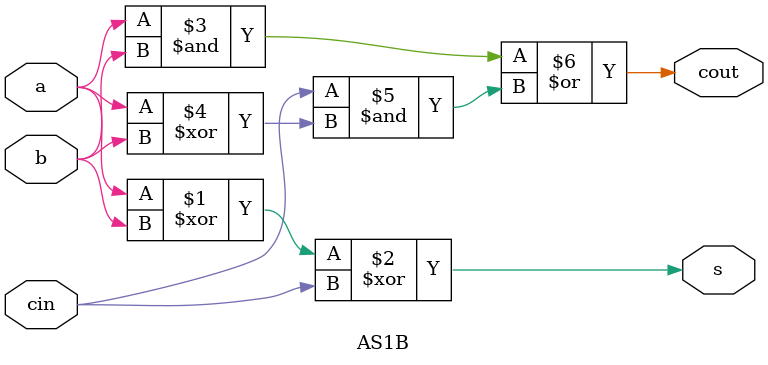
<source format=sv>
module AS9B	
(
	input 	logic [8:0] A,B,				//INPUT A AND B
	input 	logic op,						//INPUT OPERATOR (+/-)
	output 	logic	[8:0] as_result		//RESULT
);
//
wire [8:0] result;
wire [8:0] c; 									//CARRY OUT
//
AS1B as0( .a(A[0]), .b(B[0]^op), .cin(op), 	.s(result[0]), .cout(c[0]));
AS1B as1( .a(A[1]), .b(B[1]^op), .cin(c[0]), .s(result[1]), .cout(c[1]));
AS1B as2( .a(A[2]), .b(B[2]^op), .cin(c[1]), .s(result[2]), .cout(c[2]));
AS1B as3( .a(A[3]), .b(B[3]^op), .cin(c[2]), .s(result[3]), .cout(c[3]));
AS1B as4( .a(A[4]), .b(B[4]^op), .cin(c[3]), .s(result[4]), .cout(c[4]));
AS1B as5( .a(A[5]), .b(B[5]^op), .cin(c[4]), .s(result[5]), .cout(c[5]));
AS1B as6( .a(A[6]), .b(B[6]^op), .cin(c[5]), .s(result[6]), .cout(c[6]));
AS1B as7( .a(A[7]), .b(B[7]^op), .cin(c[6]), .s(result[7]), .cout(c[7]));
AS1B as8( .a(A[8]), .b(B[8]^op), .cin(c[7]), .s(result[8]), .cout(c[8]));

//
assign as_result = result;
//
endmodule : AS9B
/////////////////////////////////////////////////////////////////////
module AS1B
(
	input a,
	input b,
	input cin,
	output s,
	output cout
);
assign s=a^b^cin;
assign cout = (a & b)| (cin & (a ^ b));
endmodule : AS1B
</source>
